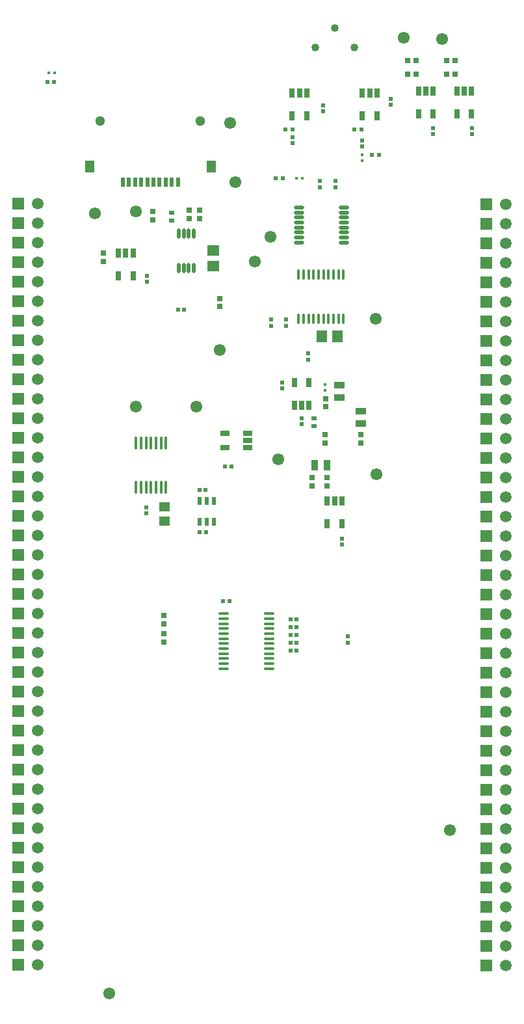
<source format=gbr>
%TF.GenerationSoftware,Altium Limited,Altium Designer,19.1.6 (110)*%
G04 Layer_Color=255*
%FSLAX26Y26*%
%MOIN*%
%TF.FileFunction,Pads,Top*%
%TF.Part,Single*%
G01*
G75*
%TA.AperFunction,SMDPad,CuDef*%
%ADD10R,0.021654X0.023622*%
%ADD11R,0.021654X0.021654*%
%ADD12R,0.021654X0.021654*%
%ADD13R,0.025591X0.025591*%
%ADD14R,0.017716X0.017716*%
%ADD15R,0.017716X0.017716*%
%ADD16R,0.025591X0.021654*%
%ADD17R,0.025591X0.029528*%
%ADD18R,0.020472X0.020472*%
%ADD19R,0.020472X0.020472*%
%ADD20O,0.055118X0.013780*%
%ADD21R,0.029528X0.025591*%
%ADD22R,0.057087X0.045276*%
G04:AMPARAMS|DCode=23|XSize=25.591mil|YSize=47.244mil|CornerRadius=1.919mil|HoleSize=0mil|Usage=FLASHONLY|Rotation=0.000|XOffset=0mil|YOffset=0mil|HoleType=Round|Shape=RoundedRectangle|*
%AMROUNDEDRECTD23*
21,1,0.025591,0.043406,0,0,0.0*
21,1,0.021752,0.047244,0,0,0.0*
1,1,0.003839,0.010876,-0.021703*
1,1,0.003839,-0.010876,-0.021703*
1,1,0.003839,-0.010876,0.021703*
1,1,0.003839,0.010876,0.021703*
%
%ADD23ROUNDEDRECTD23*%
%ADD24O,0.053150X0.017716*%
%ADD25R,0.037402X0.053150*%
%ADD26R,0.053150X0.037402*%
%ADD27R,0.053150X0.061024*%
G04:AMPARAMS|DCode=28|XSize=25.591mil|YSize=47.244mil|CornerRadius=1.919mil|HoleSize=0mil|Usage=FLASHONLY|Rotation=270.000|XOffset=0mil|YOffset=0mil|HoleType=Round|Shape=RoundedRectangle|*
%AMROUNDEDRECTD28*
21,1,0.025591,0.043406,0,0,270.0*
21,1,0.021752,0.047244,0,0,270.0*
1,1,0.003839,-0.021703,-0.010876*
1,1,0.003839,-0.021703,0.010876*
1,1,0.003839,0.021703,0.010876*
1,1,0.003839,0.021703,-0.010876*
%
%ADD28ROUNDEDRECTD28*%
%ADD29O,0.013780X0.055118*%
%ADD30O,0.013780X0.066929*%
%ADD31O,0.019685X0.053150*%
%ADD32R,0.061024X0.053150*%
%ADD33R,0.019685X0.049213*%
%ADD34R,0.049213X0.064961*%
%ADD35R,0.023622X0.039370*%
%TA.AperFunction,ComponentPad*%
%ADD40C,0.061024*%
%ADD41C,0.040000*%
%ADD42C,0.059055*%
%ADD43R,0.059055X0.059055*%
%ADD44C,0.051181*%
D10*
X1817000Y2034732D02*
D03*
Y2001268D02*
D03*
X1755000Y4333268D02*
D03*
Y4366732D02*
D03*
X1675000Y4333268D02*
D03*
Y4366732D02*
D03*
X1500000Y3656732D02*
D03*
Y3623268D02*
D03*
X1425000Y3656732D02*
D03*
Y3623268D02*
D03*
D11*
X1852284Y4630000D02*
D03*
X1887717D02*
D03*
X1977716Y4500000D02*
D03*
X1942283D02*
D03*
X1497284Y4630000D02*
D03*
X1532717D02*
D03*
X1482716Y4380000D02*
D03*
X1447283D02*
D03*
D12*
X1615551Y3485551D02*
D03*
Y3450118D02*
D03*
D13*
X1705000Y3249685D02*
D03*
Y3210315D02*
D03*
X1160000Y3764685D02*
D03*
Y3725315D02*
D03*
D14*
X1890000Y4500748D02*
D03*
Y4469252D02*
D03*
X1700000Y3325748D02*
D03*
Y3294252D02*
D03*
D15*
X1585748Y4380000D02*
D03*
X1554252D02*
D03*
X315748Y4920000D02*
D03*
X284252D02*
D03*
D16*
X1645000Y3112315D02*
D03*
Y3151685D02*
D03*
X915551Y4165315D02*
D03*
Y4204685D02*
D03*
D17*
X2166654Y4915000D02*
D03*
X2123347D02*
D03*
X2123346Y4985000D02*
D03*
X2166653D02*
D03*
X2366654Y4915000D02*
D03*
X2323347D02*
D03*
X2323346Y4985000D02*
D03*
X2366653D02*
D03*
D18*
X1890000Y4575748D02*
D03*
Y4544252D02*
D03*
X1535000Y4590748D02*
D03*
Y4559252D02*
D03*
X785000Y2695748D02*
D03*
Y2664252D02*
D03*
X1787000Y2504252D02*
D03*
Y2535748D02*
D03*
X2039000Y4788748D02*
D03*
Y4757252D02*
D03*
X2454000Y4606252D02*
D03*
Y4637748D02*
D03*
X2254000Y4606252D02*
D03*
Y4637748D02*
D03*
X1691000Y4723252D02*
D03*
Y4754748D02*
D03*
X1580000Y3119252D02*
D03*
Y3150748D02*
D03*
X1480000Y3304252D02*
D03*
Y3335748D02*
D03*
X789000Y3880748D02*
D03*
Y3849252D02*
D03*
D19*
X1189252Y2905000D02*
D03*
X1220748D02*
D03*
X1555748Y1960000D02*
D03*
X1524252D02*
D03*
X1555748Y2000000D02*
D03*
X1524252D02*
D03*
X1210748Y2215000D02*
D03*
X1179252D02*
D03*
X1555748Y2120000D02*
D03*
X1524252D02*
D03*
X1555748Y2080000D02*
D03*
X1524252D02*
D03*
X1555748Y2040000D02*
D03*
X1524252D02*
D03*
X978748Y3707000D02*
D03*
X947252D02*
D03*
X279252Y4873000D02*
D03*
X310748D02*
D03*
X1057252Y2785134D02*
D03*
X1088748D02*
D03*
X1089748Y2567134D02*
D03*
X1058252D02*
D03*
D20*
X1412795Y1868504D02*
D03*
Y1894094D02*
D03*
Y1919685D02*
D03*
Y1945275D02*
D03*
Y1970866D02*
D03*
Y1996457D02*
D03*
Y2022047D02*
D03*
Y2047638D02*
D03*
Y2073228D02*
D03*
Y2098819D02*
D03*
Y2124409D02*
D03*
Y2150000D02*
D03*
X1180512Y1868504D02*
D03*
Y1894094D02*
D03*
Y1919685D02*
D03*
Y1945275D02*
D03*
Y1970866D02*
D03*
Y1996457D02*
D03*
Y2022047D02*
D03*
Y2047638D02*
D03*
Y2073228D02*
D03*
Y2098819D02*
D03*
Y2124409D02*
D03*
Y2150000D02*
D03*
D21*
X875000Y2141654D02*
D03*
Y2098347D02*
D03*
Y2046654D02*
D03*
Y2003347D02*
D03*
X1059174Y4173346D02*
D03*
Y4216654D02*
D03*
X1004174D02*
D03*
Y4173346D02*
D03*
X1700000Y3023347D02*
D03*
Y3066654D02*
D03*
X1710000Y2803347D02*
D03*
Y2846654D02*
D03*
X1635000Y2846653D02*
D03*
Y2803346D02*
D03*
X1885000Y3066653D02*
D03*
Y3023346D02*
D03*
X563000Y3954347D02*
D03*
Y3997654D02*
D03*
X819174Y4168152D02*
D03*
Y4211459D02*
D03*
D22*
X878000Y2696434D02*
D03*
Y2625568D02*
D03*
D23*
X1967402Y4701930D02*
D03*
X1892598D02*
D03*
Y4818072D02*
D03*
X1930000D02*
D03*
X1967402D02*
D03*
X2451930Y4711576D02*
D03*
X2377126D02*
D03*
Y4827716D02*
D03*
X2414528D02*
D03*
X2451930D02*
D03*
X1607402Y4701930D02*
D03*
X1532598D02*
D03*
Y4818072D02*
D03*
X1570000D02*
D03*
X1607402D02*
D03*
X1543888Y3218740D02*
D03*
X1581290D02*
D03*
X1618692D02*
D03*
Y3334882D02*
D03*
X1543888D02*
D03*
X2255080Y4711576D02*
D03*
X2180276D02*
D03*
Y4827716D02*
D03*
X2217678D02*
D03*
X2255080D02*
D03*
X1787402Y2728072D02*
D03*
X1750000D02*
D03*
X1712598D02*
D03*
Y2611930D02*
D03*
X1787402D02*
D03*
X716576Y3998072D02*
D03*
X679174D02*
D03*
X641772D02*
D03*
Y3881930D02*
D03*
X716576D02*
D03*
D24*
X1796614Y4051418D02*
D03*
Y4077008D02*
D03*
Y4102598D02*
D03*
Y4128190D02*
D03*
Y4153780D02*
D03*
Y4179370D02*
D03*
Y4204960D02*
D03*
Y4230552D02*
D03*
X1566300Y4051418D02*
D03*
Y4077008D02*
D03*
Y4102598D02*
D03*
Y4128190D02*
D03*
Y4153780D02*
D03*
Y4179370D02*
D03*
Y4204960D02*
D03*
Y4230552D02*
D03*
D25*
X1711496Y2910000D02*
D03*
X1648504D02*
D03*
D26*
X1885000Y3123504D02*
D03*
Y3186496D02*
D03*
X1775001Y3258504D02*
D03*
Y3321496D02*
D03*
D27*
X1685630Y3571000D02*
D03*
X1764370D02*
D03*
D28*
X1302756Y2999622D02*
D03*
Y3037024D02*
D03*
Y3074426D02*
D03*
X1186614D02*
D03*
Y2999622D02*
D03*
D29*
X1564842Y3661812D02*
D03*
X1590434D02*
D03*
X1616024D02*
D03*
X1641614D02*
D03*
X1667206D02*
D03*
X1692796D02*
D03*
X1718386D02*
D03*
X1743976D02*
D03*
X1769568D02*
D03*
X1795158D02*
D03*
X1564842Y3888190D02*
D03*
X1590434D02*
D03*
X1616024D02*
D03*
X1641614D02*
D03*
X1667206D02*
D03*
X1692796D02*
D03*
X1718386D02*
D03*
X1743976D02*
D03*
X1769568D02*
D03*
X1795158D02*
D03*
D30*
X732228Y2798330D02*
D03*
X757820D02*
D03*
X783410D02*
D03*
X809000D02*
D03*
X834590D02*
D03*
X860182D02*
D03*
X885772D02*
D03*
X732228Y3022740D02*
D03*
X757820D02*
D03*
X783410D02*
D03*
X809000D02*
D03*
X834590D02*
D03*
X860182D02*
D03*
X885772D02*
D03*
D31*
X1027560Y4097598D02*
D03*
X1001968D02*
D03*
X976378D02*
D03*
X950788D02*
D03*
X1027560Y3922402D02*
D03*
X1001968D02*
D03*
X976378D02*
D03*
X950788D02*
D03*
D32*
X1129174Y4009370D02*
D03*
Y3930630D02*
D03*
D33*
X946811Y4359370D02*
D03*
X915315D02*
D03*
X883819D02*
D03*
X852323D02*
D03*
X820827D02*
D03*
X789331D02*
D03*
X757835D02*
D03*
X726338D02*
D03*
X694842D02*
D03*
X663346D02*
D03*
D34*
X1116299Y4442441D02*
D03*
X493858D02*
D03*
D35*
X1057792Y2619552D02*
D03*
X1095194D02*
D03*
X1132596D02*
D03*
Y2727820D02*
D03*
X1095194D02*
D03*
X1057792D02*
D03*
D40*
X593000Y203000D02*
D03*
X2300000Y5095000D02*
D03*
X2340000Y1040000D02*
D03*
X1240000Y4360000D02*
D03*
X520000Y4200000D02*
D03*
X730000Y4210000D02*
D03*
X1215000Y4665000D02*
D03*
X1340000Y3955000D02*
D03*
X1960000Y3660000D02*
D03*
X1160000Y3500000D02*
D03*
X1460000Y2940000D02*
D03*
X1965000Y2865000D02*
D03*
X730000Y3210000D02*
D03*
X1040000D02*
D03*
X1420000Y4080000D02*
D03*
X2105000Y5100000D02*
D03*
D41*
X1650000Y5050000D02*
D03*
X1850000D02*
D03*
X1750000Y5150000D02*
D03*
D42*
X2627796Y348972D02*
D03*
Y448972D02*
D03*
Y548972D02*
D03*
Y648972D02*
D03*
Y748972D02*
D03*
Y848972D02*
D03*
Y948972D02*
D03*
Y1048972D02*
D03*
Y1148972D02*
D03*
Y1248972D02*
D03*
Y1348972D02*
D03*
Y1448972D02*
D03*
Y1548972D02*
D03*
Y1648972D02*
D03*
Y1748972D02*
D03*
Y1848972D02*
D03*
Y1948972D02*
D03*
Y2048972D02*
D03*
Y2148972D02*
D03*
Y2248972D02*
D03*
Y2348972D02*
D03*
Y2448972D02*
D03*
Y2548972D02*
D03*
Y2648972D02*
D03*
Y2748972D02*
D03*
Y2848972D02*
D03*
Y2948972D02*
D03*
Y3048972D02*
D03*
Y3148972D02*
D03*
Y3248972D02*
D03*
Y3348972D02*
D03*
Y3448972D02*
D03*
Y3548972D02*
D03*
Y3648972D02*
D03*
Y3748972D02*
D03*
Y3848972D02*
D03*
Y3948972D02*
D03*
Y4048972D02*
D03*
Y4148972D02*
D03*
Y4248972D02*
D03*
X227796Y349956D02*
D03*
Y449956D02*
D03*
Y549956D02*
D03*
Y649956D02*
D03*
Y749956D02*
D03*
Y849956D02*
D03*
Y949956D02*
D03*
Y1049956D02*
D03*
Y1149956D02*
D03*
Y1249956D02*
D03*
Y1349956D02*
D03*
Y1449956D02*
D03*
Y1549956D02*
D03*
Y1649956D02*
D03*
Y1749956D02*
D03*
Y1849956D02*
D03*
Y1949956D02*
D03*
Y2049956D02*
D03*
Y2149956D02*
D03*
Y2249956D02*
D03*
Y2349956D02*
D03*
Y2449956D02*
D03*
Y2549956D02*
D03*
Y2649956D02*
D03*
Y2749956D02*
D03*
Y2849956D02*
D03*
Y2949956D02*
D03*
Y3049956D02*
D03*
Y3149956D02*
D03*
Y3249956D02*
D03*
Y3349956D02*
D03*
Y3449956D02*
D03*
Y3549956D02*
D03*
Y3649956D02*
D03*
Y3749956D02*
D03*
Y3849956D02*
D03*
Y3949956D02*
D03*
Y4049956D02*
D03*
Y4149956D02*
D03*
Y4249956D02*
D03*
D43*
X2527796Y348972D02*
D03*
Y448972D02*
D03*
Y548972D02*
D03*
Y648972D02*
D03*
Y748972D02*
D03*
Y848972D02*
D03*
Y948972D02*
D03*
Y1048972D02*
D03*
Y1148972D02*
D03*
Y1248972D02*
D03*
Y1348972D02*
D03*
Y1448972D02*
D03*
Y1548972D02*
D03*
Y1648972D02*
D03*
Y1748972D02*
D03*
Y1848972D02*
D03*
Y1948972D02*
D03*
Y2048972D02*
D03*
Y2148972D02*
D03*
Y2248972D02*
D03*
Y2348972D02*
D03*
Y2448972D02*
D03*
Y2548972D02*
D03*
Y2648972D02*
D03*
Y2748972D02*
D03*
Y2848972D02*
D03*
Y2948972D02*
D03*
Y3048972D02*
D03*
Y3148972D02*
D03*
Y3248972D02*
D03*
Y3348972D02*
D03*
Y3448972D02*
D03*
Y3548972D02*
D03*
Y3648972D02*
D03*
Y3748972D02*
D03*
Y3848972D02*
D03*
Y3948972D02*
D03*
Y4048972D02*
D03*
Y4148972D02*
D03*
Y4248972D02*
D03*
X127796Y349956D02*
D03*
Y449956D02*
D03*
Y549956D02*
D03*
Y649956D02*
D03*
Y749956D02*
D03*
Y849956D02*
D03*
Y949956D02*
D03*
Y1049956D02*
D03*
Y1149956D02*
D03*
Y1249956D02*
D03*
Y1349956D02*
D03*
Y1449956D02*
D03*
Y1549956D02*
D03*
Y1649956D02*
D03*
Y1749956D02*
D03*
Y1849956D02*
D03*
Y1949956D02*
D03*
Y2049956D02*
D03*
Y2149956D02*
D03*
Y2249956D02*
D03*
Y2349956D02*
D03*
Y2449956D02*
D03*
Y2549956D02*
D03*
Y2649956D02*
D03*
Y2749956D02*
D03*
Y2849956D02*
D03*
Y2949956D02*
D03*
Y3049956D02*
D03*
Y3149956D02*
D03*
Y3249956D02*
D03*
Y3349956D02*
D03*
Y3449956D02*
D03*
Y3549956D02*
D03*
Y3649956D02*
D03*
Y3749956D02*
D03*
Y3849956D02*
D03*
Y3949956D02*
D03*
Y4049956D02*
D03*
Y4149956D02*
D03*
Y4249956D02*
D03*
D44*
X1062165Y4673740D02*
D03*
X547992D02*
D03*
%TF.MD5,33f008a570ed22e709597513b47ca0f3*%
M02*

</source>
